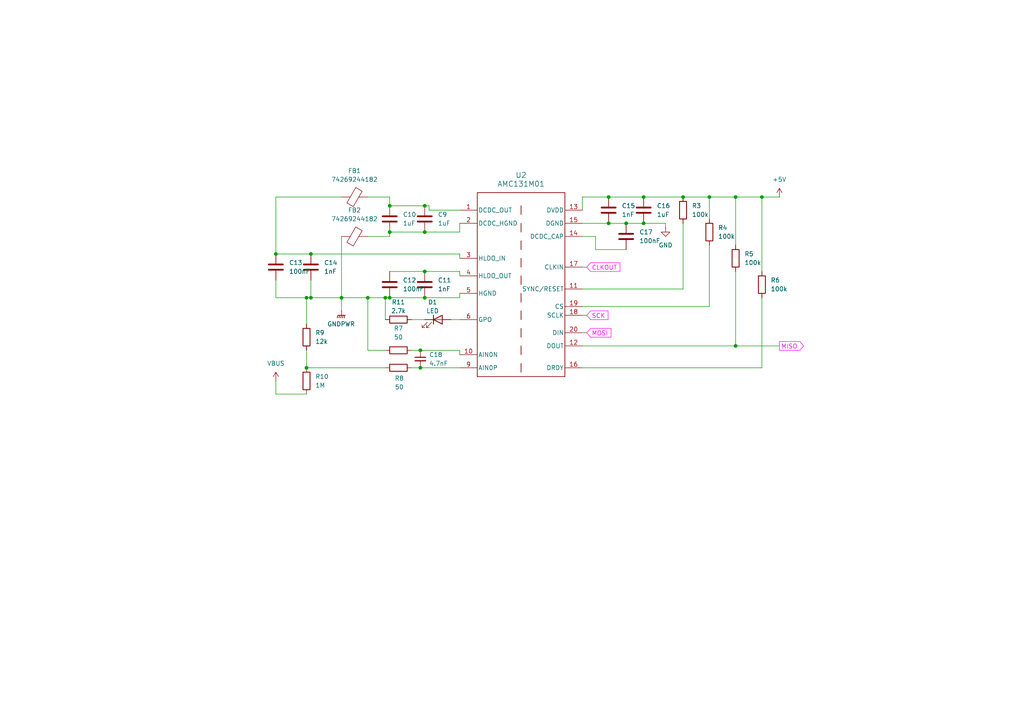
<source format=kicad_sch>
(kicad_sch (version 20250114) (generator "eeschema") (generator_version "9.0")
  (paper "A4")
  (lib_symbols
    (symbol "AMC131M01:ISOW1412DFMR" (pin_names (offset 0.254))
      (property "Reference" "U2" (at 17.78 10.16 0))
      (property "Value" "AMC131M01" (at 17.78 7.62 0))
      (symbol "ISOW1412DFMR_0_1"
        (polyline (pts (xy 5.08 5.08) (xy 5.08 -48.26)) (stroke (width 0.2032)))
        (polyline (pts (xy 5.08 -48.26) (xy 30.48 -48.26)) (stroke (width 0.2032)))
        (polyline (pts (xy 17.78 1.27) (xy 17.78 -1.27)) (stroke (width 0.2032)))
        (polyline (pts (xy 17.78 -3.81) (xy 17.78 -6.35)) (stroke (width 0.2032)))
        (polyline (pts (xy 17.78 -8.89) (xy 17.78 -11.43)) (stroke (width 0.2032)))
        (polyline (pts (xy 17.78 -13.97) (xy 17.78 -16.51)) (stroke (width 0.2032)))
        (polyline (pts (xy 17.78 -19.05) (xy 17.78 -21.59)) (stroke (width 0.2032)))
        (polyline (pts (xy 17.78 -24.13) (xy 17.78 -26.67)) (stroke (width 0.2032)))
        (polyline (pts (xy 17.78 -29.21) (xy 17.78 -31.75)) (stroke (width 0.2032)))
        (polyline (pts (xy 17.78 -36.83) (xy 17.78 -34.29)) (stroke (width 0.2032)))
        (polyline (pts (xy 17.78 -39.37) (xy 17.78 -41.91)) (stroke (width 0.2032)))
        (polyline (pts (xy 17.78 -44.45) (xy 17.78 -46.99)) (stroke (width 0.2032)))
        (polyline (pts (xy 30.48 5.08) (xy 5.08 5.08)) (stroke (width 0.2032)))
        (polyline (pts (xy 30.48 -48.26) (xy 30.48 5.08)) (stroke (width 0.2032)))
      )
      (symbol "ISOW1412DFMR_1_1"
        (pin power_in line (at 0 0 0) (length 5.08) (name "DCDC_OUT") (number "1"))
        (pin power_in line (at 0 -3.81 0) (length 5.08) (name "DCDC_HGND") (number "2"))
        (pin no_connect line (at 0 -7.62 0) (length 5.08) (hide yes) (name "NC") (number "8"))
        (pin power_in line (at 0 -13.97 0) (length 5.08) (name "HLDO_IN") (number "3"))
        (pin power_out line (at 0 -19.05 0) (length 5.08) (name "HLDO_OUT") (number "4"))
        (pin power_in line (at 0 -24.13 0) (length 5.08) (name "HGND") (number "5"))
        (pin output line (at 0 -31.75 0) (length 5.08) (name "GPO") (number "6"))
        (pin no_connect line (at 0 -35.56 0) (length 5.08) (hide yes) (name "NC") (number "7"))
        (pin input line (at 0 -41.91 0) (length 5.08) (name "AIN0N") (number "10"))
        (pin input line (at 0 -45.72 0) (length 5.08) (name "AIN0P") (number "9"))
        (pin output line (at 35.56 0 180) (length 5.08) (name "DVDD") (number "13"))
        (pin power_in line (at 35.56 -3.81 180) (length 5.08) (name "DGND") (number "15"))
        (pin power_in line (at 35.56 -7.62 180) (length 5.08) (name "DCDC_CAP") (number "14"))
        (pin output line (at 35.56 -16.51 180) (length 5.08) (name "CLKIN") (number "17"))
        (pin input line (at 35.56 -22.86 180) (length 5.08) (name "SYNC/RESET") (number "11"))
        (pin input line (at 35.56 -27.94 180) (length 5.08) (name "CS") (number "19"))
        (pin input line (at 35.56 -30.48 180) (length 5.08) (name "SCLK") (number "18"))
        (pin input line (at 35.56 -35.56 180) (length 5.08) (name "DIN") (number "20"))
        (pin output line (at 35.56 -39.37 180) (length 5.08) (name "DOUT") (number "12"))
        (pin output line (at 35.56 -45.72 180) (length 5.08) (name "DRDY") (number "16"))
      )
    )
    (symbol "Device:C" (pin_numbers (hide yes)) (pin_names (offset 0.254))
      (property "Reference" "C" (at 0.635 2.54 0))
      (property "Value" "C" (at 0.635 -2.54 0))
      (symbol "C_0_1"
        (polyline (pts (xy -2.032 0.762) (xy 2.032 0.762)) (stroke (width 0.508)))
        (polyline (pts (xy -2.032 -0.762) (xy 2.032 -0.762)) (stroke (width 0.508)))
      )
      (symbol "C_1_1"
        (pin passive line (at 0 3.81 270) (length 2.794) (name "~") (number "1"))
        (pin passive line (at 0 -3.81 90) (length 2.794) (name "~") (number "2"))
      )
    )
    (symbol "Device:C_Small" (pin_numbers (hide yes)) (pin_names (offset 0.254) (hide yes))
      (property "Reference" "C" (at 0.254 1.778 0))
      (property "Value" "C_Small" (at 0.254 -2.032 0))
      (symbol "C_Small_0_1"
        (polyline (pts (xy -1.524 0.508) (xy 1.524 0.508)) (stroke (width 0.3048)))
        (polyline (pts (xy -1.524 -0.508) (xy 1.524 -0.508)) (stroke (width 0.3302)))
      )
      (symbol "C_Small_1_1"
        (pin passive line (at 0 2.54 270) (length 2.032) (name "~") (number "1"))
        (pin passive line (at 0 -2.54 90) (length 2.032) (name "~") (number "2"))
      )
    )
    (symbol "Device:FerriteBead" (pin_numbers (hide yes)) (pin_names (offset 0))
      (property "Reference" "FB" (at -3.81 0.635 90))
      (property "Value" "FerriteBead" (at 3.81 0 90))
      (symbol "FerriteBead_0_1"
        (polyline (pts (xy -2.7686 0.4064) (xy -1.7018 2.2606) (xy 2.7686 -0.3048) (xy 1.6764 -2.159) (xy -2.7686 0.4064)))
        (polyline (pts (xy 0 1.27) (xy 0 1.2954)))
        (polyline (pts (xy 0 -1.27) (xy 0 -1.2192)))
      )
      (symbol "FerriteBead_1_1"
        (pin passive line (at 0 3.81 270) (length 2.54) (name "~") (number "1"))
        (pin passive line (at 0 -3.81 90) (length 2.54) (name "~") (number "2"))
      )
    )
    (symbol "Device:LED" (pin_numbers (hide yes)) (pin_names (offset 1.016) (hide yes))
      (property "Reference" "D" (at 0 2.54 0))
      (property "Value" "LED" (at 0 -2.54 0))
      (symbol "LED_0_1"
        (polyline (pts (xy -3.048 -0.762) (xy -4.572 -2.286) (xy -3.81 -2.286) (xy -4.572 -2.286) (xy -4.572 -1.524)))
        (polyline (pts (xy -1.778 -0.762) (xy -3.302 -2.286) (xy -2.54 -2.286) (xy -3.302 -2.286) (xy -3.302 -1.524)))
        (polyline (pts (xy -1.27 0) (xy 1.27 0)))
        (polyline (pts (xy -1.27 -1.27) (xy -1.27 1.27)) (stroke (width 0.254)))
        (polyline (pts (xy 1.27 -1.27) (xy 1.27 1.27) (xy -1.27 0) (xy 1.27 -1.27)) (stroke (width 0.254)))
      )
      (symbol "LED_1_1"
        (pin passive line (at -3.81 0 0) (length 2.54) (name "K") (number "1"))
        (pin passive line (at 3.81 0 180) (length 2.54) (name "A") (number "2"))
      )
    )
    (symbol "Device:R" (pin_numbers (hide yes)) (pin_names (offset 0))
      (property "Reference" "R" (at 2.032 0 90))
      (property "Value" "R" (at 0 0 90))
      (symbol "R_0_1"
        (rectangle (start -1.016 -2.54) (end 1.016 2.54) (stroke (width 0.254)))
      )
      (symbol "R_1_1"
        (pin passive line (at 0 3.81 270) (length 1.27) (name "~") (number "1"))
        (pin passive line (at 0 -3.81 90) (length 1.27) (name "~") (number "2"))
      )
    )
    (symbol "power:+5V" (power) (pin_numbers (hide yes)) (pin_names (offset 0) (hide yes))
      (property "Value" "+5V" (at 0 3.556 0))
      (symbol "+5V_0_1"
        (polyline (pts (xy -0.762 1.27) (xy 0 2.54)))
        (polyline (pts (xy 0 2.54) (xy 0.762 1.27)))
        (polyline (pts (xy 0 0) (xy 0 2.54)))
      )
      (symbol "+5V_1_1"
        (pin power_in line (at 0 0 90) (length 0) (name "~") (number "1"))
      )
    )
    (symbol "power:GND" (power) (pin_numbers (hide yes)) (pin_names (offset 0) (hide yes))
      (property "Value" "GND" (at 0 -3.81 0))
      (symbol "GND_0_1"
        (polyline (pts (xy 0 0) (xy 0 -1.27) (xy 1.27 -1.27) (xy 0 -2.54) (xy -1.27 -1.27) (xy 0 -1.27)))
      )
      (symbol "GND_1_1"
        (pin power_in line (at 0 0 270) (length 0) (name "~") (number "1"))
      )
    )
    (symbol "power:GNDPWR" (power) (pin_numbers (hide yes)) (pin_names (offset 0) (hide yes))
      (property "Value" "GNDPWR" (at 0 -3.302 0))
      (symbol "GNDPWR_0_1"
        (polyline (pts (xy -1.016 -1.27) (xy -1.27 -2.032) (xy -1.27 -2.032)) (stroke (width 0.2032)))
        (polyline (pts (xy -0.508 -1.27) (xy -0.762 -2.032) (xy -0.762 -2.032)) (stroke (width 0.2032)))
        (polyline (pts (xy 0 -1.27) (xy 0 0)))
        (polyline (pts (xy 0 -1.27) (xy -0.254 -2.032) (xy -0.254 -2.032)) (stroke (width 0.2032)))
        (polyline (pts (xy 0.508 -1.27) (xy 0.254 -2.032) (xy 0.254 -2.032)) (stroke (width 0.2032)))
        (polyline (pts (xy 1.016 -1.27) (xy -1.016 -1.27) (xy -1.016 -1.27)) (stroke (width 0.2032)))
        (polyline (pts (xy 1.016 -1.27) (xy 0.762 -2.032) (xy 0.762 -2.032) (xy 0.762 -2.032)) (stroke (width 0.2032)))
      )
      (symbol "GNDPWR_1_1"
        (pin power_in line (at 0 0 270) (length 0) (name "~") (number "1"))
      )
    )
    (symbol "power:VBUS" (power) (pin_numbers (hide yes)) (pin_names (offset 0) (hide yes))
      (property "Value" "VBUS" (at 0 3.556 0))
      (symbol "VBUS_0_1"
        (polyline (pts (xy -0.762 1.27) (xy 0 2.54)))
        (polyline (pts (xy 0 2.54) (xy 0.762 1.27)))
        (polyline (pts (xy 0 0) (xy 0 2.54)))
      )
      (symbol "VBUS_1_1"
        (pin power_in line (at 0 0 90) (length 0) (name "~") (number "1"))
      )
    )
  )
  (junction (at 90.17 73.66))
  (junction (at 88.9 86.36))
  (junction (at 213.36 100.33))
  (junction (at 121.92 106.68))
  (junction (at 90.17 86.36))
  (junction (at 123.19 86.36))
  (junction (at 113.03 86.36))
  (junction (at 186.69 57.15))
  (junction (at 123.19 67.31))
  (junction (at 80.01 73.66))
  (junction (at 111.76 86.36))
  (junction (at 123.19 59.69))
  (junction (at 186.69 64.77))
  (junction (at 121.92 101.6))
  (junction (at 99.06 86.36))
  (junction (at 123.19 78.74))
  (junction (at 88.9 106.68))
  (junction (at 176.53 64.77))
  (junction (at 220.98 57.15))
  (junction (at 106.68 86.36))
  (junction (at 213.36 57.15))
  (junction (at 205.74 57.15))
  (junction (at 113.03 59.69))
  (junction (at 176.53 57.15))
  (junction (at 181.61 64.77))
  (junction (at 113.03 67.31))
  (junction (at 198.12 57.15))
  (wire (pts (xy 133.35 67.31) (xy 123.19 67.31)))
  (wire (pts (xy 213.36 57.15) (xy 213.36 71.12)))
  (wire (pts (xy 168.91 96.52) (xy 170.18 96.52)))
  (wire (pts (xy 220.98 57.15) (xy 220.98 78.74)))
  (wire (pts (xy 133.35 102.87) (xy 133.35 101.6)))
  (wire (pts (xy 119.38 101.6) (xy 121.92 101.6)))
  (wire (pts (xy 111.76 101.6) (xy 106.68 101.6)))
  (wire (pts (xy 106.68 68.58) (xy 113.03 68.58)))
  (wire (pts (xy 168.91 91.44) (xy 170.18 91.44)))
  (wire (pts (xy 124.46 59.69) (xy 123.19 59.69)))
  (wire (pts (xy 133.35 64.77) (xy 133.35 67.31)))
  (wire (pts (xy 80.01 57.15) (xy 80.01 73.66)))
  (wire (pts (xy 133.35 60.96) (xy 124.46 60.96)))
  (wire (pts (xy 90.17 86.36) (xy 99.06 86.36)))
  (wire (pts (xy 168.91 68.58) (xy 172.72 68.58)))
  (wire (pts (xy 113.03 68.58) (xy 113.03 67.31)))
  (wire (pts (xy 113.03 78.74) (xy 123.19 78.74)))
  (wire (pts (xy 88.9 114.3) (xy 80.01 114.3)))
  (wire (pts (xy 99.06 57.15) (xy 80.01 57.15)))
  (wire (pts (xy 186.69 64.77) (xy 193.04 64.77)))
  (wire (pts (xy 88.9 86.36) (xy 88.9 93.98)))
  (wire (pts (xy 106.68 57.15) (xy 113.03 57.15)))
  (wire (pts (xy 111.76 86.36) (xy 111.76 92.71)))
  (wire (pts (xy 90.17 81.28) (xy 90.17 86.36)))
  (wire (pts (xy 113.03 67.31) (xy 123.19 67.31)))
  (wire (pts (xy 106.68 86.36) (xy 111.76 86.36)))
  (wire (pts (xy 198.12 83.82) (xy 198.12 64.77)))
  (wire (pts (xy 133.35 85.09) (xy 133.35 86.36)))
  (wire (pts (xy 168.91 64.77) (xy 176.53 64.77)))
  (wire (pts (xy 80.01 81.28) (xy 80.01 86.36)))
  (wire (pts (xy 176.53 64.77) (xy 181.61 64.77)))
  (wire (pts (xy 168.91 83.82) (xy 198.12 83.82)))
  (wire (pts (xy 205.74 57.15) (xy 205.74 63.5)))
  (wire (pts (xy 121.92 106.68) (xy 133.35 106.68)))
  (wire (pts (xy 133.35 74.93) (xy 133.35 73.66)))
  (wire (pts (xy 193.04 64.77) (xy 193.04 66.04)))
  (wire (pts (xy 205.74 57.15) (xy 213.36 57.15)))
  (wire (pts (xy 88.9 101.6) (xy 88.9 106.68)))
  (wire (pts (xy 213.36 100.33) (xy 226.06 100.33)))
  (wire (pts (xy 168.91 60.96) (xy 168.91 57.15)))
  (wire (pts (xy 172.72 68.58) (xy 172.72 72.39)))
  (wire (pts (xy 113.03 59.69) (xy 123.19 59.69)))
  (wire (pts (xy 106.68 86.36) (xy 106.68 101.6)))
  (wire (pts (xy 205.74 88.9) (xy 205.74 71.12)))
  (wire (pts (xy 99.06 86.36) (xy 99.06 90.17)))
  (wire (pts (xy 88.9 86.36) (xy 90.17 86.36)))
  (wire (pts (xy 220.98 57.15) (xy 226.06 57.15)))
  (wire (pts (xy 133.35 101.6) (xy 121.92 101.6)))
  (wire (pts (xy 80.01 86.36) (xy 88.9 86.36)))
  (wire (pts (xy 172.72 72.39) (xy 181.61 72.39)))
  (wire (pts (xy 80.01 73.66) (xy 90.17 73.66)))
  (wire (pts (xy 168.91 100.33) (xy 213.36 100.33)))
  (wire (pts (xy 168.91 57.15) (xy 176.53 57.15)))
  (wire (pts (xy 133.35 78.74) (xy 123.19 78.74)))
  (wire (pts (xy 111.76 86.36) (xy 113.03 86.36)))
  (wire (pts (xy 99.06 86.36) (xy 106.68 86.36)))
  (wire (pts (xy 213.36 57.15) (xy 220.98 57.15)))
  (wire (pts (xy 124.46 60.96) (xy 124.46 59.69)))
  (wire (pts (xy 119.38 106.68) (xy 121.92 106.68)))
  (wire (pts (xy 123.19 86.36) (xy 133.35 86.36)))
  (wire (pts (xy 113.03 86.36) (xy 123.19 86.36)))
  (wire (pts (xy 186.69 57.15) (xy 198.12 57.15)))
  (wire (pts (xy 119.38 92.71) (xy 123.19 92.71)))
  (wire (pts (xy 113.03 57.15) (xy 113.03 59.69)))
  (wire (pts (xy 80.01 114.3) (xy 80.01 110.49)))
  (wire (pts (xy 130.81 92.71) (xy 133.35 92.71)))
  (wire (pts (xy 133.35 80.01) (xy 133.35 78.74)))
  (wire (pts (xy 99.06 68.58) (xy 99.06 86.36)))
  (wire (pts (xy 181.61 64.77) (xy 186.69 64.77)))
  (wire (pts (xy 168.91 77.47) (xy 170.18 77.47)))
  (wire (pts (xy 220.98 106.68) (xy 220.98 86.36)))
  (wire (pts (xy 88.9 106.68) (xy 111.76 106.68)))
  (wire (pts (xy 168.91 106.68) (xy 220.98 106.68)))
  (wire (pts (xy 176.53 57.15) (xy 186.69 57.15)))
  (wire (pts (xy 90.17 73.66) (xy 133.35 73.66)))
  (wire (pts (xy 198.12 57.15) (xy 205.74 57.15)))
  (wire (pts (xy 213.36 78.74) (xy 213.36 100.33)))
  (wire (pts (xy 168.91 88.9) (xy 205.74 88.9)))
  (global_label "CLKOUT" (shape input) (at 170.18 77.47 0) (property "Intersheetrefs" "${INTERSHEET_REFS}" (effects (hide yes))))
  (global_label "MOSI" (shape input) (at 170.18 96.52 0) (property "Intersheetrefs" "${INTERSHEET_REFS}" (effects (hide yes))))
  (global_label "MISO" (shape output) (at 226.06 100.33 0) (property "Intersheetrefs" "${INTERSHEET_REFS}" (effects (hide yes))))
  (global_label "SCK" (shape input) (at 170.18 91.44 0) (property "Intersheetrefs" "${INTERSHEET_REFS}" (effects (hide yes))))
  (symbol (lib_id "Device:R") (at 88.9 97.79 0) (unit 1)
    (property "Reference" "R9" (at 91.44 96.5199 0) (effects (justify left)))
    (property "Value" "12k" (at 91.44 99.0599 0) (effects (justify left)))
    (property "Footprint" "Resistor_SMD:R_0805_2012Metric_Pad1.20x1.40mm_HandSolder" (effects (hide yes)))
    (property "Description" "Resistor" (effects (hide yes)))
  )
  (symbol (lib_id "Device:C") (at 113.03 63.5 0) (unit 1)
    (property "Reference" "C10" (at 116.84 62.2299 0) (effects (justify left)))
    (property "Value" "1uF" (at 116.84 64.7699 0) (effects (justify left)))
    (property "Footprint" "Capacitor_SMD:C_0805_2012Metric_Pad1.18x1.45mm_HandSolder" (effects (hide yes)))
    (property "Description" "Unpolarized capacitor" (effects (hide yes)))
  )
  (symbol (lib_id "Device:R") (at 220.98 82.55 0) (unit 1)
    (property "Reference" "R6" (at 223.52 81.2799 0) (effects (justify left)))
    (property "Value" "100k" (at 223.52 83.8199 0) (effects (justify left)))
    (property "Footprint" "Resistor_SMD:R_0805_2012Metric_Pad1.20x1.40mm_HandSolder" (effects (hide yes)))
    (property "Description" "Resistor" (effects (hide yes)))
  )
  (symbol (lib_id "Device:C") (at 181.61 68.58 0) (unit 1)
    (property "Reference" "C17" (at 185.42 67.3099 0) (effects (justify left)))
    (property "Value" "100nF" (at 185.42 69.8499 0) (effects (justify left)))
    (property "Footprint" "Capacitor_SMD:C_0805_2012Metric_Pad1.18x1.45mm_HandSolder" (effects (hide yes)))
    (property "Description" "Unpolarized capacitor" (effects (hide yes)))
  )
  (symbol (lib_id "Device:C") (at 123.19 63.5 0) (unit 1)
    (property "Reference" "C9" (at 127 62.2299 0) (effects (justify left)))
    (property "Value" "1uF" (at 127 64.7699 0) (effects (justify left)))
    (property "Footprint" "Capacitor_SMD:C_0805_2012Metric_Pad1.18x1.45mm_HandSolder" (effects (hide yes)))
    (property "Description" "Unpolarized capacitor" (effects (hide yes)))
  )
  (symbol (lib_id "Device:LED") (at 127 92.71 0) (unit 1)
    (property "Reference" "D1" (at 125.476 87.63 0))
    (property "Value" "LED" (at 125.476 90.17 0))
    (property "Footprint" "LED_SMD:LED_0805_2012Metric_Pad1.15x1.40mm_HandSolder" (effects (hide yes)))
    (property "Description" "Light emitting diode" (effects (hide yes)))
    (property "Sim.Pins" "1=K 2=A" (effects (hide yes)))
  )
  (symbol (lib_id "Device:FerriteBead") (at 102.87 57.15 90) (unit 1)
    (property "Reference" "FB1" (at 102.8192 49.53 90))
    (property "Value" "74269244182" (at 102.8192 52.07 90))
    (property "Footprint" "Inductor_SMD:L_0402_1005Metric_Pad0.77x0.64mm_HandSolder" (effects (hide yes)))
    (property "Description" "Ferrite bead" (effects (hide yes)))
  )
  (symbol (lib_id "power:GNDPWR") (at 99.06 90.17 0) (unit 1)
    (property "Reference" "#PWR011" (effects (hide yes)))
    (property "Value" "GNDPWR" (at 98.933 93.98 0))
    (property "Description" "Power symbol creates a global label with name \"GNDPWR\" , global ground" (effects (hide yes)))
  )
  (symbol (lib_id "Device:C") (at 123.19 82.55 0) (unit 1)
    (property "Reference" "C11" (at 127 81.2799 0) (effects (justify left)))
    (property "Value" "1nF" (at 127 83.8199 0) (effects (justify left)))
    (property "Footprint" "Capacitor_SMD:C_0805_2012Metric_Pad1.18x1.45mm_HandSolder" (effects (hide yes)))
    (property "Description" "Unpolarized capacitor" (effects (hide yes)))
  )
  (symbol (lib_id "AMC131M01:ISOW1412DFMR") (at 133.35 60.96 0) (unit 1)
    (property "Reference" "U2" (at 151.13 50.8 0) (effects (font (size 1.524 1.524))))
    (property "Value" "AMC131M01" (at 151.13 53.34 0) (effects (font (size 1.524 1.524))))
    (property "Footprint" "DFM0020A-IPC_A" (effects (hide yes)))
    (property "Datasheet" "https://www.ti.com/lit/ds/symlink/amc131m01.pdf?ts=1763554907629" (effects (hide yes)))
  )
  (symbol (lib_id "Device:FerriteBead") (at 102.87 68.58 90) (unit 1)
    (property "Reference" "FB2" (at 102.8192 60.96 90))
    (property "Value" "74269244182" (at 102.8192 63.5 90))
    (property "Footprint" "Inductor_SMD:L_0402_1005Metric_Pad0.77x0.64mm_HandSolder" (effects (hide yes)))
    (property "Description" "Ferrite bead" (effects (hide yes)))
  )
  (symbol (lib_id "Device:R") (at 213.36 74.93 0) (unit 1)
    (property "Reference" "R5" (at 215.9 73.6599 0) (effects (justify left)))
    (property "Value" "100k" (at 215.9 76.1999 0) (effects (justify left)))
    (property "Footprint" "Resistor_SMD:R_0805_2012Metric_Pad1.20x1.40mm_HandSolder" (effects (hide yes)))
    (property "Description" "Resistor" (effects (hide yes)))
  )
  (symbol (lib_id "Device:R") (at 115.57 106.68 90) (unit 1)
    (property "Reference" "R8" (at 115.824 109.728 90))
    (property "Value" "50" (at 115.824 112.268 90))
    (property "Footprint" "Resistor_SMD:R_0805_2012Metric_Pad1.20x1.40mm_HandSolder" (effects (hide yes)))
    (property "Description" "Resistor" (effects (hide yes)))
  )
  (symbol (lib_id "Device:C") (at 176.53 60.96 0) (unit 1)
    (property "Reference" "C15" (at 180.34 59.6899 0) (effects (justify left)))
    (property "Value" "1nF" (at 180.34 62.2299 0) (effects (justify left)))
    (property "Footprint" "Capacitor_SMD:C_0805_2012Metric_Pad1.18x1.45mm_HandSolder" (effects (hide yes)))
    (property "Description" "Unpolarized capacitor" (effects (hide yes)))
  )
  (symbol (lib_id "Device:R") (at 198.12 60.96 0) (unit 1)
    (property "Reference" "R3" (at 200.66 59.6899 0) (effects (justify left)))
    (property "Value" "100k" (at 200.66 62.2299 0) (effects (justify left)))
    (property "Footprint" "Resistor_SMD:R_0805_2012Metric_Pad1.20x1.40mm_HandSolder" (effects (hide yes)))
    (property "Description" "Resistor" (effects (hide yes)))
  )
  (symbol (lib_id "Device:C_Small") (at 121.92 104.14 0) (unit 1)
    (property "Reference" "C18" (at 124.46 102.8762 0) (effects (justify left)))
    (property "Value" "4.7nF" (at 124.46 105.4162 0) (effects (justify left)))
    (property "Footprint" "Capacitor_SMD:C_0805_2012Metric_Pad1.18x1.45mm_HandSolder" (effects (hide yes)))
    (property "Description" "Unpolarized capacitor, small symbol" (effects (hide yes)))
  )
  (symbol (lib_id "Device:C") (at 113.03 82.55 0) (unit 1)
    (property "Reference" "C12" (at 116.84 81.2799 0) (effects (justify left)))
    (property "Value" "100nF" (at 116.84 83.8199 0) (effects (justify left)))
    (property "Footprint" "Capacitor_SMD:C_0805_2012Metric_Pad1.18x1.45mm_HandSolder" (effects (hide yes)))
    (property "Description" "Unpolarized capacitor" (effects (hide yes)))
  )
  (symbol (lib_id "Device:C") (at 90.17 77.47 0) (unit 1)
    (property "Reference" "C14" (at 93.98 76.1999 0) (effects (justify left)))
    (property "Value" "1nF" (at 93.98 78.7399 0) (effects (justify left)))
    (property "Footprint" "Capacitor_SMD:C_0805_2012Metric_Pad1.18x1.45mm_HandSolder" (effects (hide yes)))
    (property "Description" "Unpolarized capacitor" (effects (hide yes)))
  )
  (symbol (lib_id "Device:R") (at 115.57 101.6 90) (unit 1)
    (property "Reference" "R7" (at 115.57 95.25 90))
    (property "Value" "50" (at 115.57 97.79 90))
    (property "Footprint" "Resistor_SMD:R_0805_2012Metric_Pad1.20x1.40mm_HandSolder" (effects (hide yes)))
    (property "Description" "Resistor" (effects (hide yes)))
  )
  (symbol (lib_id "Device:R") (at 88.9 110.49 0) (unit 1)
    (property "Reference" "R10" (at 91.44 109.2199 0) (effects (justify left)))
    (property "Value" "1M" (at 91.44 111.7599 0) (effects (justify left)))
    (property "Footprint" "Resistor_SMD:R_0805_2012Metric_Pad1.20x1.40mm_HandSolder" (effects (hide yes)))
    (property "Description" "Resistor" (effects (hide yes)))
  )
  (symbol (lib_id "power:+5V") (at 226.06 57.15 0) (unit 1)
    (property "Reference" "#PWR012" (effects (hide yes)))
    (property "Value" "+5V" (at 226.06 52.07 0))
    (property "Description" "Power symbol creates a global label with name \"+5V\"" (effects (hide yes)))
  )
  (symbol (lib_id "Device:C") (at 80.01 77.47 0) (unit 1)
    (property "Reference" "C13" (at 83.82 76.1999 0) (effects (justify left)))
    (property "Value" "100nF" (at 83.82 78.7399 0) (effects (justify left)))
    (property "Footprint" "Capacitor_SMD:C_0805_2012Metric_Pad1.18x1.45mm_HandSolder" (effects (hide yes)))
    (property "Description" "Unpolarized capacitor" (effects (hide yes)))
  )
  (symbol (lib_id "power:GND") (at 193.04 66.04 0) (unit 1)
    (property "Reference" "#PWR013" (effects (hide yes)))
    (property "Value" "GND" (at 193.04 71.12 0))
    (property "Description" "Power symbol creates a global label with name \"GND\" , ground" (effects (hide yes)))
  )
  (symbol (lib_id "Device:R") (at 205.74 67.31 0) (unit 1)
    (property "Reference" "R4" (at 208.28 66.0399 0) (effects (justify left)))
    (property "Value" "100k" (at 208.28 68.5799 0) (effects (justify left)))
    (property "Footprint" "Resistor_SMD:R_0805_2012Metric_Pad1.20x1.40mm_HandSolder" (effects (hide yes)))
    (property "Description" "Resistor" (effects (hide yes)))
  )
  (symbol (lib_id "power:VBUS") (at 80.01 110.49 0) (unit 1)
    (property "Reference" "#PWR014" (effects (hide yes)))
    (property "Value" "VBUS" (at 80.01 105.41 0))
    (property "Description" "Power symbol creates a global label with name \"VBUS\"" (effects (hide yes)))
  )
  (symbol (lib_id "Device:C") (at 186.69 60.96 0) (unit 1)
    (property "Reference" "C16" (at 190.5 59.6899 0) (effects (justify left)))
    (property "Value" "1uF" (at 190.5 62.2299 0) (effects (justify left)))
    (property "Footprint" "Capacitor_SMD:C_0805_2012Metric_Pad1.18x1.45mm_HandSolder" (effects (hide yes)))
    (property "Description" "Unpolarized capacitor" (effects (hide yes)))
  )
  (symbol (lib_id "Device:R") (at 115.57 92.71 90) (unit 1)
    (property "Reference" "R11" (at 115.57 87.63 90))
    (property "Value" "2.7k" (at 115.57 90.17 90))
    (property "Footprint" "Resistor_SMD:R_0805_2012Metric_Pad1.20x1.40mm_HandSolder" (effects (hide yes)))
    (property "Description" "Resistor" (effects (hide yes)))
  )
)
</source>
